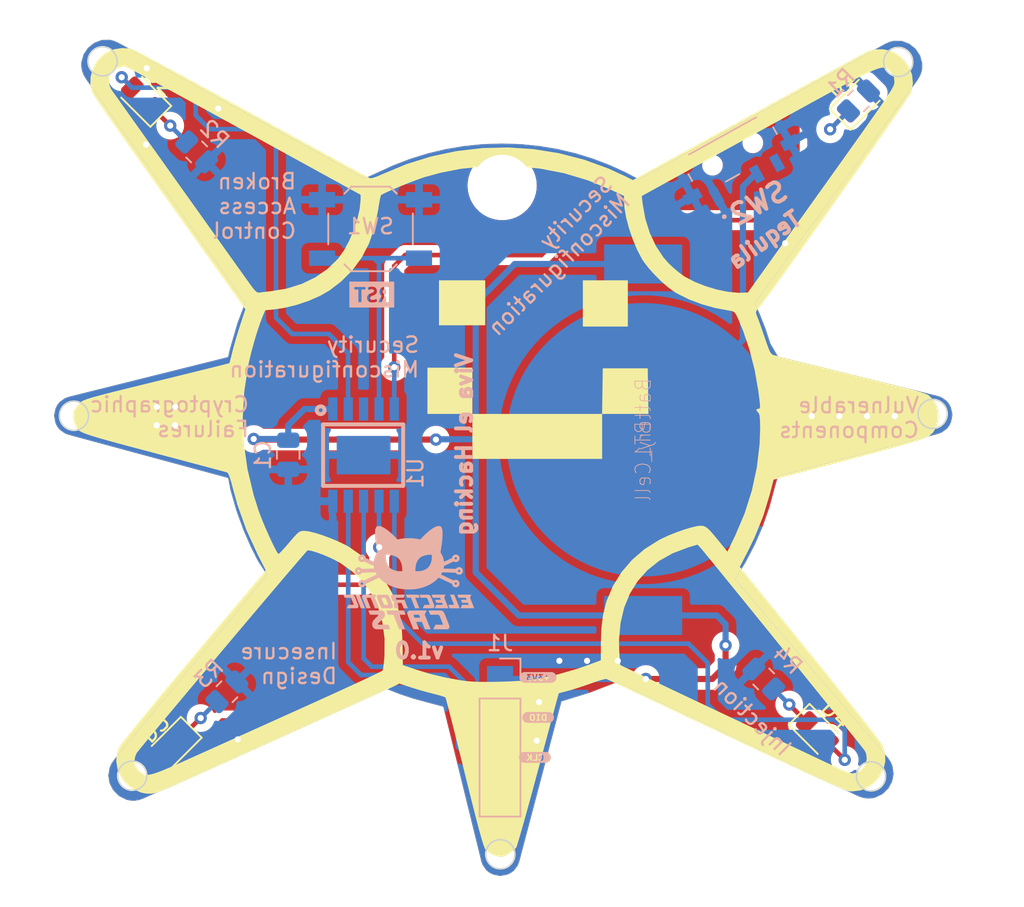
<source format=kicad_pcb>
(kicad_pcb (version 20221018) (generator pcbnew)
  (layers (0 "F.Cu" signal) (31 "B.Cu" signal) (34 "B.Paste" user) (35 "F.Paste" user) (36 "B.SilkS" user "B.Silkscreen") (37 "F.SilkS" user "F.Silkscreen") (38 "B.Mask" user) (39 "F.Mask" user) (44 "Edge.Cuts" user))
  (net 0 "")
  (net 1 "+3.3V")
  (net 2 "Net-(BT1--)")
  (net 3 "GND")
  (net 4 "Net-(D1-K)")
  (net 5 "Net-(D2-K)")
  (net 6 "Net-(D3-K)")
  (net 7 "Net-(D4-K)")
  (net 8 "/NRST")
  (net 10 "/PF0")
  (net 11 "/PA5")
  (net 12 "/PA1")
  (net 13 "/PA6")
  (net 14 "/PA7")
  (net 15 "/SWDIO")
  (net 16 "/SWCLK")
  (footprint "LED_SMD:LED_0805_2012Metric" (layer "F.Cu") (at 203.86 94.23 -135)
    (fp_text reference "D3" (at 0.028284 1.598061 45) (layer "F.SilkS"))
    (fp_text value "Red")
    (pad "1" smd roundrect (at -0.9375 0 225) (size 0.975 1.4) (layers "F.Cu" "F.Paste" "F.Mask") (net 6 "Net-(D3-K)"))
    (pad "2" smd roundrect (at 0.9375 0 225) (size 0.975 1.4) (layers "F.Cu" "F.Paste" "F.Mask") (net 14 "/PA7"))
  )
  (footprint "LED_SMD:LED_0805_2012Metric" (layer "F.Cu") (at 245.77 93.39 -45)
    (fp_text reference "D4" (at 0 -1.65 135) (layer "F.SilkS"))
    (fp_text value "Yellow")
    (pad "1" smd roundrect (at -0.9375 0 315) (size 0.975 1.4) (layers "F.Cu" "F.Paste" "F.Mask") (net 7 "Net-(D4-K)"))
    (pad "2" smd roundrect (at 0.9375 0 315) (size 0.975 1.4) (layers "F.Cu" "F.Paste" "F.Mask") (net 13 "/PA6"))
  )
  (footprint "LED_SMD:LED_0805_2012Metric" (layer "F.Cu") (at 248.44 52.31 45)
    (fp_text reference "D1" (at 0 -1.65 45) (layer "F.SilkS"))
    (fp_text value "Blue")
    (pad "1" smd roundrect (at -0.9375 0 45) (size 0.975 1.4) (layers "F.Cu" "F.Paste" "F.Mask") (net 4 "Net-(D1-K)"))
    (pad "2" smd roundrect (at 0.9375 0 45) (size 0.975 1.4) (layers "F.Cu" "F.Paste" "F.Mask") (net 12 "/PA1"))
  )
  (footprint "LED_SMD:LED_0805_2012Metric" (layer "F.Cu") (at 201.877197 52.117197 135)
    (fp_text reference "D2" (at -0.067604 1.619275 135) (layer "F.SilkS"))
    (fp_text value "Green")
    (pad "1" smd roundrect (at -0.9375 0 135) (size 0.975 1.4) (layers "F.Cu" "F.Paste" "F.Mask") (net 5 "Net-(D2-K)"))
    (pad "2" smd roundrect (at 0.9375 0 135) (size 0.975 1.4) (layers "F.Cu" "F.Paste" "F.Mask") (net 10 "/PF0"))
  )
  (footprint "LOGO" (layer "F.Cu") (at 225.171 77.089)
    (fp_text reference "G***" hide)
    (fp_text value "LOGO" hide)
  )
  (footprint "" (layer "F.Cu") (at 225.27 62.81)
    (fp_text reference "" (at -0.02 -0.52) (layer "F.SilkS") (effects (font (size 1.27 1.27))))
    (fp_text value "" (at -0.02 -0.52) (layer "F.SilkS") (effects (font (size 1.27 1.27))))
    (pad "" np_thru_hole circle (at 0 -5) (size 4 4) (drill 4) (layers "F&B.Cu" "*.Mask"))
  )
  (footprint "Button_Switch_SMD:SW_SPST_TL3342" (layer "B.Cu") (at 216.71 60.63 180)
    (fp_text reference "SW1" (at 0.01 0.17) (layer "B.SilkS") (effects (justify mirror)))
    (fp_text value "SW_RST")
    (pad "1" smd rect (at -3.15 1.9 180) (size 1.7 1) (layers "B.Cu" "B.Paste" "B.Mask") (net 3 "GND"))
    (pad "1" smd rect (at 3.15 1.9 180) (size 1.7 1) (layers "B.Cu" "B.Paste" "B.Mask") (net 3 "GND"))
    (pad "2" smd rect (at -3.15 -1.9 180) (size 1.7 1) (layers "B.Cu" "B.Paste" "B.Mask") (net 8 "/NRST"))
    (pad "2" smd rect (at 3.15 -1.9 180) (size 1.7 1) (layers "B.Cu" "B.Paste" "B.Mask") (net 8 "/NRST"))
  )
  (footprint "Resistor_SMD:R_0805_2012Metric" (layer "B.Cu") (at 205.4 55.62 135)
    (fp_text reference "R2" (at 0 1.65 -225) (layer "B.SilkS") (effects (justify mirror)))
    (fp_text value "330R")
    (pad "1" smd roundrect (at -0.9125 0 135) (size 1.025 1.4) (layers "B.Cu" "B.Paste" "B.Mask") (roundrect_rratio 0.243902439) (net 3 "GND"))
    (pad "2" smd roundrect (at 0.9125 0 135) (size 1.025 1.4) (layers "B.Cu" "B.Paste" "B.Mask") (roundrect_rratio 0.243902439) (net 5 "Net-(D2-K)"))
  )
  (footprint "Footprints:PY32F002AA15M" (layer "B.Cu") (at 216.257998 75.339873 -90)
    (fp_text reference "U1" (at 1.170127 -3.372002 90) (layer "B.SilkS") (effects (justify mirror)))
    (fp_text value "PY32F002AA15M6TU")
    (pad "1" smd rect (at -2.999867 1.999996 270) (size 1.499997 0.599999) (layers "B.Cu" "B.Paste" "B.Mask") (net 1 "+3.3V"))
    (pad "2" smd rect (at -2.999867 0.999998 270) (size 1.499997 0.599999) (layers "B.Cu" "B.Paste" "B.Mask") (net 10 "/PF0"))
    (pad "3" smd rect (at -2.999867 0 270) (size 1.499997 0.599999) (layers "B.Cu" "B.Paste" "B.Mask") (net 11 "/PA5"))
    (pad "4" smd rect (at -2.999867 -0.999998 270) (size 1.499997 0.599999) (layers "B.Cu" "B.Paste" "B.Mask") (net 8 "/NRST"))
    (pad "5" smd rect (at -2.999867 -1.999996 270) (size 1.499997 0.599999) (layers "B.Cu" "B.Paste" "B.Mask") (net 12 "/PA1"))
    (pad "6" smd rect (at 3.000121 -1.999996 270) (size 1.499997 0.599999) (layers "B.Cu" "B.Paste" "B.Mask") (net 13 "/PA6"))
    (pad "7" smd rect (at 3.000121 -0.999998 270) (size 1.499997 0.599999) (layers "B.Cu" "B.Paste" "B.Mask") (net 14 "/PA7"))
    (pad "8" smd rect (at 3.000121 0 270) (size 1.499997 0.599999) (layers "B.Cu" "B.Paste" "B.Mask") (net 15 "/SWDIO"))
    (pad "9" smd rect (at 3.000121 0.999998 270) (size 1.499997 0.599999) (layers "B.Cu" "B.Paste" "B.Mask") (net 16 "/SWCLK"))
    (pad "10" smd rect (at 0.000127 0 270) (size 2.499995 3.499993) (layers "B.Cu" "B.Paste" "B.Mask") (net 3 "GND"))
    (pad "10" smd rect (at 3.000121 1.999996 270) (size 1.499997 0.599999) (layers "B.Cu" "B.Paste" "B.Mask") (net 3 "GND"))
  )
  (footprint "Aesthetics:electronic_cats_logo_8x6" (layer "B.Cu") (at 219.202 83.312 180)
    (fp_text reference "G***" hide)
    (fp_text value "LOGO" hide)
  )
  (footprint "Footprints:PinHeader_1x04_P2.54mm_Vertical" (layer "B.Cu") (at 225.13 89.9 180)
    (fp_text reference "J1" (at 0 2.33) (layer "B.SilkS") (effects (justify mirror)))
    (fp_text value "SWD")
    (pad "1" smd rect (at 0 0 180) (size 1.7 1.7) (layers "B.Cu" "B.Paste" "B.Mask") (net 1 "+3.3V"))
    (pad "2" smd oval (at 0 -2.54 180) (size 1.7 1.7) (layers "B.Cu" "B.Paste" "B.Mask") (net 15 "/SWDIO"))
    (pad "3" smd oval (at 0 -5.08 180) (size 1.7 1.7) (layers "B.Cu" "B.Paste" "B.Mask") (net 16 "/SWCLK"))
    (pad "4" smd oval (at 0 -7.62 180) (size 1.7 1.7) (layers "B.Cu" "B.Paste" "B.Mask") (net 3 "GND"))
  )
  (footprint "Resistor_SMD:R_0805_2012Metric" (layer "B.Cu") (at 248.44 52.3 -135)
    (fp_text reference "R1" (at 0 1.65 45) (layer "B.SilkS") (effects (justify mirror)))
    (fp_text value "330R")
    (pad "1" smd roundrect (at -0.9125 0 225) (size 1.025 1.4) (layers "B.Cu" "B.Paste" "B.Mask") (roundrect_rratio 0.243902439) (net 3 "GND"))
    (pad "2" smd roundrect (at 0.9125 0 225) (size 1.025 1.4) (layers "B.Cu" "B.Paste" "B.Mask") (roundrect_rratio 0.243902439) (net 4 "Net-(D1-K)"))
  )
  (footprint "kibuzzard-65BC4D87" (layer "B.Cu") (at 227.4 95 180)
    (fp_text reference "kibuzzard-65BC4D87" hide)
    (fp_text value "G***" hide)
  )
  (footprint "Resistor_SMD:R_0805_2012Metric" (layer "B.Cu") (at 207.37 90.73 -135)
    (fp_text reference "R3" (at 0 1.65 45) (layer "B.SilkS") (effects (justify mirror)))
    (fp_text value "330R")
    (pad "1" smd roundrect (at -0.9125 0 225) (size 1.025 1.4) (layers "B.Cu" "B.Paste" "B.Mask") (roundrect_rratio 0.243902439) (net 3 "GND"))
    (pad "2" smd roundrect (at 0.9125 0 225) (size 1.025 1.4) (layers "B.Cu" "B.Paste" "B.Mask") (roundrect_rratio 0.243902439) (net 6 "Net-(D3-K)"))
  )
  (footprint "kibuzzard-65BC4E20" (layer "B.Cu") (at 227.6 89.8 180)
    (fp_text reference "kibuzzard-65BC4E20" hide)
    (fp_text value "G***" hide)
  )
  (footprint "Batteries:BAT-HLD-001" (layer "B.Cu") (at 234.44 74.34 -90)
    (fp_text reference "BT1" (at 0 0 90) (layer "B.SilkS") (effects (font (size 1 0.9) (thickness 0.05)) (justify mirror)))
    (fp_text value "Battery_Cell" (at 0 0 90) (layer "B.SilkS") (effects (font (size 1 0.9) (thickness 0.05)) (justify mirror)))
    (pad "1" smd circle (at 0 0 270) (size 17.78 17.78) (layers "B.Cu" "B.Paste" "B.Mask") (net 2 "Net-(BT1--)"))
    (pad "2" smd rect (at -11.43 0 270) (size 2.54 5.08) (layers "B.Cu" "B.Paste" "B.Mask") (net 1 "+3.3V"))
    (pad "2" smd rect (at 11.43 0 270) (size 2.54 5.08) (layers "B.Cu" "B.Paste" "B.Mask") (net 1 "+3.3V"))
  )
  (footprint "Capacitor_SMD:C_0805_2012Metric" (layer "B.Cu") (at 211.355996 75.32 -90)
    (fp_text reference "C1" (at 0.02 1.645996 90) (layer "B.SilkS") (effects (justify mirror)))
    (fp_text value "0.1uF")
    (pad "1" smd roundrect (at -0.95 0 270) (size 1 1.45) (layers "B.Cu" "B.Paste" "B.Mask") (net 1 "+3.3V"))
    (pad "2" smd roundrect (at 0.95 0 270) (size 1 1.45) (layers "B.Cu" "B.Paste" "B.Mask") (net 3 "GND"))
  )
  (footprint "Resistor_SMD:R_0805_2012Metric" (layer "B.Cu") (at 242.28 89.9 -45)
    (fp_text reference "R4" (at 0.216375 -1.989798 135) (layer "B.SilkS") (effects (justify mirror)))
    (fp_text value "330R")
    (pad "1" smd roundrect (at -0.9125 0 315) (size 1.025 1.4) (layers "B.Cu" "B.Paste" "B.Mask") (roundrect_rratio 0.243902439) (net 3 "GND"))
    (pad "2" smd roundrect (at 0.9125 0 315) (size 1.025 1.4) (layers "B.Cu" "B.Paste" "B.Mask") (roundrect_rratio 0.243902439) (net 7 "Net-(D4-K)"))
  )
  (footprint "Footprints:MSK12C02" (layer "B.Cu") (at 240.26 55.76 29)
    (fp_text reference "SW2" (at -0.049993 3.596721 29) (layer "B.SilkS") (effects (font (size 1.27 1.27) (thickness 0.254)) (justify mirror)))
    (fp_text value "On" hide)
    (pad "" np_thru_hole circle (at -1.5 0 29) (size 0.85 0.85) (drill 0.85) (layers "*.Cu" "*.Mask"))
    (pad "" np_thru_hole circle (at 1.5 0 29) (size 0.85 0.85) (drill 0.85) (layers "*.Cu" "*.Mask"))
    (pad "1" smd rect (at -2.25 1.9 29) (size 0.6 1.1) (layers "B.Cu" "B.Paste" "B.Mask") (net 3 "GND"))
    (pad "2" smd rect (at 0.75 1.9 29) (size 0.6 1.1) (layers "B.Cu" "B.Paste" "B.Mask") (net 2 "Net-(BT1--)"))
    (pad "3" smd rect (at 2.25 1.9 29) (size 0.6 1.1) (layers "B.Cu" "B.Paste" "B.Mask"))
    (pad "4" smd rect (at -3.625 -1.15 299) (size 0.7 1.15) (layers "B.Cu" "B.Paste" "B.Mask") (net 3 "GND"))
    (pad "4" smd rect (at -3.625 1.15 299) (size 0.7 1.15) (layers "B.Cu" "B.Paste" "B.Mask") (net 3 "GND"))
    (pad "4" smd rect (at 3.625 -1.15 299) (size 0.7 1.15) (layers "B.Cu" "B.Paste" "B.Mask") (net 3 "GND"))
    (pad "4" smd rect (at 3.625 1.15 299) (size 0.7 1.15) (layers "B.Cu" "B.Paste" "B.Mask") (net 3 "GND"))
  )
  (footprint "kibuzzard-65BC4D69" (layer "B.Cu") (at 227.61 92.4 180)
    (fp_text reference "kibuzzard-65BC4D69" hide)
    (fp_text value "G***" hide)
  )
  (footprint "kibuzzard-65BD0189" (layer "B.Cu") (at 216.789 64.897 180)
    (fp_text reference "kibuzzard-65BD0189" hide)
    (fp_text value "G***" hide)
  )
  (gr_line (start 242.016119 66.141424) (end 242.393572 67.097676) (stroke (width 0.02)) (layer "Edge.Cuts"))
  (gr_line (start 200.040686 95.135817) (end 199.863362 95.38753) (stroke (width 0.02)) (layer "Edge.Cuts"))
  (gr_line (start 198.04345 50.619864) (end 198.203558 50.891357) (stroke (width 0.02)) (layer "Edge.Cuts"))
  (gr_line (start 197.073853 74.021448) (end 207.45 76.83) (stroke (width 0.02)) (layer "Edge.Cuts"))
  (gr_line (start 249.263011 97.670238) (end 248.982737 97.672431) (stroke (width 0.02)) (layer "Edge.Cuts"))
  (gr_line (start 243.21 76.71) (end 243.019453 77.392877) (stroke (width 0.02)) (layer "Edge.Cuts"))
  (gr_line (start 198.203558 50.891357) (end 208.251445 64.99126) (stroke (width 0.02)) (layer "Edge.Cuts"))
  (gr_line (start 240.414746 83.429008) (end 250.358717 95.015269) (stroke (width 0.02)) (layer "Edge.Cuts"))
  (gr_line (start 254.204809 73.621397) (end 253.862883 73.869515) (stroke (width 0.02)) (layer "Edge.Cuts"))
  (gr_line (start 250.531671 95.270066) (end 250.649248 95.532827) (stroke (width 0.02)) (layer "Edge.Cuts"))
  (gr_line (start 196.120697 72.765133) (end 196.208499 73.22806) (stroke (width 0.02)) (layer "Edge.Cuts"))
  (gr_line (start 196.208499 73.22806) (end 196.313583 73.461367) (stroke (width 0.02)) (layer "Edge.Cuts"))
  (gr_line (start 221.438287 91.703282) (end 223.907232 101.73981) (stroke (width 0.02)) (layer "Edge.Cuts"))
  (gr_line (start 228.877258 55.431784) (end 230.030673 55.704135) (stroke (width 0.02)) (layer "Edge.Cuts"))
  (gr_line (start 231.02301 90.775268) (end 229.13 91.36) (stroke (width 0.02)) (layer "Edge.Cuts"))
  (gr_line (start 225.594931 102.628782) (end 225.828237 102.523698) (stroke (width 0.02)) (layer "Edge.Cuts"))
  (gr_line (start 199.975162 97.145219) (end 200.3488 97.517273) (stroke (width 0.02)) (layer "Edge.Cuts"))
  (gr_line (start 249.529985 97.619343) (end 249.263011 97.670238) (stroke (width 0.02)) (layer "Edge.Cuts"))
  (gr_line (start 209.98 83.14) (end 209.379533 82.2206) (stroke (width 0.02)) (layer "Edge.Cuts"))
  (gr_line (start 197.097438 71.540361) (end 196.838291 71.631331) (stroke (width 0.02)) (layer "Edge.Cuts"))
  (gr_line (start 224.448694 102.508556) (end 224.675939 102.617722) (stroke (width 0.02)) (layer "Edge.Cuts"))
  (gr_line (start 199.863362 95.38753) (end 199.741242 95.648201) (stroke (width 0.02)) (layer "Edge.Cuts"))
  (gr_line (start 197.897342 49.795905) (end 197.894417 50.067583) (stroke (width 0.02)) (layer "Edge.Cuts"))
  (gr_line (start 201.369963 97.817127) (end 201.660754 97.77105) (stroke (width 0.02)) (layer "Edge.Cuts"))
  (gr_line (start 250.459888 48.458926) (end 250.178769 48.584174) (stroke (width 0.02)) (layer "Edge.Cuts"))
  (gr_line (start 198.0377 49.284259) (end 197.897342 49.795905) (stroke (width 0.02)) (layer "Edge.Cuts"))
  (gr_line (start 220.392272 91.4254) (end 219.497344 91.182178) (stroke (width 0.02)) (layer "Edge.Cuts"))
  (gr_line (start 250.649248 95.532827) (end 250.732313 96.064308) (stroke (width 0.02)) (layer "Edge.Cuts"))
  (gr_line (start 242.234588 79.941816) (end 241.709869 81.15281) (stroke (width 0.02)) (layer "Edge.Cuts"))
  (gr_line (start 248.692942 97.621078) (end 248.397403 97.511338) (stroke (width 0.02)) (layer "Edge.Cuts"))
  (gr_line (start 199.741242 95.648201) (end 199.648853 96.178194) (stroke (width 0.02)) (layer "Edge.Cuts"))
  (gr_line (start 199.648853 96.178194) (end 199.736 96.68935) (stroke (width 0.02)) (layer "Edge.Cuts"))
  (gr_circle (center 225.15 101.3) (end 226.1 101.3) (stroke (width 0.1)) (fill none) (layer "Edge.Cuts"))
  (gr_line (start 208.925234 81.320114) (end 208.453816 80.244803) (stroke (width 0.02)) (layer "Edge.Cuts"))
  (gr_line (start 242.672376 78.687249) (end 242.234588 79.941816) (stroke (width 0.02)) (layer "Edge.Cuts"))
  (gr_line (start 199.216645 48.338801) (end 198.732135 48.523374) (stroke (width 0.02)) (layer "Edge.Cuts"))
  (gr_line (start 201.089676 97.809904) (end 201.369963 97.817127) (stroke (width 0.02)) (layer "Edge.Cuts"))
  (gr_line (start 226.044098 102.362755) (end 226.291888 102.020829) (stroke (width 0.02)) (layer "Edge.Cuts"))
  (gr_line (start 196.328692 72.081823) (end 196.219526 72.309068) (stroke (width 0.02)) (layer "Edge.Cuts"))
  (gr_line (start 224.239222 102.345251) (end 224.448694 102.508556) (stroke (width 0.02)) (layer "Edge.Cuts"))
  (gr_line (start 209.379533 82.2206) (end 208.925234 81.320114) (stroke (width 0.02)) (layer "Edge.Cuts"))
  (gr_line (start 253.605483 73.965618) (end 243.21 76.71) (stroke (width 0.02)) (layer "Edge.Cuts"))
  (gr_line (start 216.332693 57.332936) (end 217.117257 56.979376) (stroke (width 0.02)) (layer "Edge.Cuts"))
  (gr_line (start 196.816452 73.925018) (end 197.073853 74.021448) (stroke (width 0.02)) (layer "Edge.Cuts"))
  (gr_line (start 207.569487 68.404056) (end 208.05442 66.742217) (stroke (width 0.02)) (layer "Edge.Cuts"))
  (gr_line (start 250.739164 48.389609) (end 250.459888 48.458926) (stroke (width 0.02)) (layer "Edge.Cuts"))
  (gr_line (start 201.958354 97.66679) (end 217.740031 90.546522) (stroke (width 0.02)) (layer "Edge.Cuts"))
  (gr_line (start 198.732135 48.523374) (end 198.331087 48.846284) (stroke (width 0.02)) (layer "Edge.Cuts"))
  (gr_line (start 252.552195 50.407503) (end 252.599539 50.131223) (stroke (width 0.02)) (layer "Edge.Cuts"))
  (gr_line (start 243.019453 77.392877) (end 242.672376 78.687249) (stroke (width 0.02)) (layer "Edge.Cuts"))
  (gr_line (start 223.907232 101.73981) (end 223.998201 101.998957) (stroke (width 0.02)) (layer "Edge.Cuts"))
  (gr_line (start 227.694079 55.234028) (end 228.877258 55.431784) (stroke (width 0.02)) (layer "Edge.Cuts"))
  (gr_line (start 241.7 65.45) (end 242.016119 66.141424) (stroke (width 0.02)) (layer "Edge.Cuts"))
  (gr_line (start 254.35064 72.025029) (end 254.459806 72.252274) (stroke (width 0.02)) (layer "Edge.Cuts"))
  (gr_line (start 252.16372 48.909134) (end 252.162836 48.909173) (stroke (width 0.02)) (layer "Edge.Cuts"))
  (gr_line (start 224.002801 55.114276) (end 225.24404 55.072703) (stroke (width 0.02)) (layer "Edge.Cuts"))
  (gr_line (start 218.612629 90.88939) (end 217.740031 90.546522) (stroke (width 0.02)) (layer "Edge.Cuts"))
  (gr_line (start 242.717786 68.079441) (end 243.23 68.96) (stroke (width 0.02)) (layer "Edge.Cuts"))
  (gr_line (start 198.330237 48.845263) (end 198.0377 49.284259) (stroke (width 0.02)) (layer "Edge.Cuts"))
  (gr_line (start 254.471819 73.168955) (end 254.366612 73.403981) (stroke (width 0.02)) (layer "Edge.Cuts"))
  (gr_line (start 200.315154 48.521285) (end 200.033785 48.396037) (stroke (width 0.02)) (layer "Edge.Cuts"))
  (gr_line (start 251.276952 48.40169) (end 250.739164 48.389609) (stroke (width 0.02)) (layer "Edge.Cuts"))
  (gr_line (start 217.117257 56.979376) (end 218.184649 56.489495) (stroke (width 0.02)) (layer "Edge.Cuts"))
  (gr_line (start 200.3488 97.517273) (end 200.823589 97.754265) (stroke (width 0.02)) (layer "Edge.Cuts"))
  (gr_line (start 207.594933 77.606968) (end 207.45 76.83) (stroke (width 0.02)) (layer "Edge.Cuts"))
  (gr_line (start 253.862883 73.869515) (end 253.605483 73.965618) (stroke (width 0.02)) (layer "Edge.Cuts"))
  (gr_line (start 250.178769 48.584174) (end 234.16123 57.395825) (stroke (width 0.02)) (layer "Edge.Cuts"))
  (gr_line (start 230.030673 55.704135) (end 231.152923 56.04848) (stroke (width 0.02)) (layer "Edge.Cuts"))
  (gr_circle (center 197.42 72.78) (end 198.37 72.78) (stroke (width 0.1)) (fill none) (layer "Edge.Cuts"))
  (gr_line (start 252.599539 50.131223) (end 252.596615 49.859449) (stroke (width 0.02)) (layer "Edge.Cuts"))
  (gr_line (start 242.393572 67.097676) (end 242.717786 68.079441) (stroke (width 0.02)) (layer "Edge.Cuts"))
  (gr_circle (center 249.26 96.23) (end 250.21 96.23) (stroke (width 0.1)) (fill none) (layer "Edge.Cuts"))
  (gr_line (start 196.219526 72.309068) (end 196.120697 72.765133) (stroke (width 0.02)) (layer "Edge.Cuts"))
  (gr_circle (center 199.28 49.73) (end 200.23 49.73) (stroke (width 0.1)) (fill none) (layer "Edge.Cuts"))
  (gr_line (start 252.456257 49.347761) (end 252.16372 48.909134) (stroke (width 0.02)) (layer "Edge.Cuts"))
  (gr_line (start 225.24404 55.072703) (end 226.482539 55.113468) (stroke (width 0.02)) (layer "Edge.Cuts"))
  (gr_line (start 208.453816 80.244803) (end 207.999107 79.003982) (stroke (width 0.02)) (layer "Edge.Cuts"))
  (gr_line (start 254.366612 73.403981) (end 254.204809 73.621397) (stroke (width 0.02)) (layer "Edge.Cuts"))
  (gr_line (start 252.596615 49.859449) (end 252.456257 49.347761) (stroke (width 0.02)) (layer "Edge.Cuts"))
  (gr_line (start 250.008923 97.390814) (end 249.529985 97.619343) (stroke (width 0.02)) (layer "Edge.Cuts"))
  (gr_line (start 233.29832 56.942753) (end 234.16123 57.395825) (stroke (width 0.02)) (layer "Edge.Cuts"))
  (gr_line (start 207.999107 79.003982) (end 207.594933 77.606968) (stroke (width 0.02)) (layer "Edge.Cuts"))
  (gr_line (start 248.397403 97.511338) (end 232.745923 90.10974) (stroke (width 0.02)) (layer "Edge.Cuts"))
  (gr_line (start 199.736 96.68935) (end 199.975162 97.145219) (stroke (width 0.02)) (layer "Edge.Cuts"))
  (gr_line (start 248.982737 97.672431) (end 248.692942 97.621078) (stroke (width 0.02)) (layer "Edge.Cuts"))
  (gr_line (start 226.291888 102.020829) (end 226.388318 101.763429) (stroke (width 0.02)) (layer "Edge.Cuts"))
  (gr_line (start 241.7 65.45) (end 252.290399 50.955228) (stroke (width 0.02)) (layer "Edge.Cuts"))
  (gr_line (start 243.23 68.96) (end 253.581894 71.483567) (stroke (width 0.02)) (layer "Edge.Cuts"))
  (gr_line (start 197.941762 50.343754) (end 198.04345 50.619864) (stroke (width 0.02)) (layer "Edge.Cuts"))
  (gr_line (start 223.998201 101.998957) (end 224.239222 102.345251) (stroke (width 0.02)) (layer "Edge.Cuts"))
  (gr_line (start 254.187335 71.815557) (end 254.35064 72.025029) (stroke (width 0.02)) (layer "Edge.Cuts"))
  (gr_line (start 196.838291 71.631331) (end 196.491997 71.872351) (stroke (width 0.02)) (layer "Edge.Cuts"))
  (gr_line (start 196.491997 71.872351) (end 196.328692 72.081823) (stroke (width 0.02)) (layer "Edge.Cuts"))
  (gr_line (start 225.828237 102.523698) (end 226.044098 102.362755) (stroke (width 0.02)) (layer "Edge.Cuts"))
  (gr_line (start 253.581894 71.483567) (end 253.841041 71.574536) (stroke (width 0.02)) (layer "Edge.Cuts"))
  (gr_circle (center 201.21 96.19) (end 202.16 96.19) (stroke (width 0.1)) (fill none) (layer "Edge.Cuts"))
  (gr_line (start 218.184649 56.489495) (end 219.287669 56.067678) (stroke (width 0.02)) (layer "Edge.Cuts"))
  (gr_line (start 207.44 68.96) (end 197.097438 71.540361) (stroke (width 0.02)) (layer "Edge.Cuts"))
  (gr_line (start 221.589948 55.43888) (end 222.783884 55.237223) (stroke (width 0.02)) (layer "Edge.Cuts"))
  (gr_line (start 208.05442 66.742217) (end 208.568511 65.396621) (stroke (width 0.02)) (layer "Edge.Cuts"))
  (gr_line (start 253.841041 71.574536) (end 254.187335 71.815557) (stroke (width 0.02)) (layer "Edge.Cuts"))
  (gr_line (start 232.745923 90.10974) (end 231.02301 90.775268) (stroke (width 0.02)) (layer "Edge.Cuts"))
  (gr_line (start 252.290399 50.955228) (end 252.450507 50.6837) (stroke (width 0.02)) (layer "Edge.Cuts"))
  (gr_line (start 250.732313 96.064308) (end 250.636006 96.573839) (stroke (width 0.02)) (layer "Edge.Cuts"))
  (gr_line (start 219.287669 56.067678) (end 220.423656 55.716585) (stroke (width 0.02)) (layer "Edge.Cuts"))
  (gr_line (start 251.761665 48.586262) (end 251.276952 48.40169) (stroke (width 0.02)) (layer "Edge.Cuts"))
  (gr_circle (center 251.03 49.77) (end 251.98 49.77) (stroke (width 0.1)) (fill none) (layer "Edge.Cuts"))
  (gr_line (start 207.44 68.96) (end 207.569487 68.404056) (stroke (width 0.02)) (layer "Edge.Cuts"))
  (gr_line (start 226.388318 101.763429) (end 229.13 91.36) (stroke (width 0.02)) (layer "Edge.Cuts"))
  (gr_line (start 200.823589 97.754265) (end 201.089676 97.809904) (stroke (width 0.02)) (layer "Edge.Cuts"))
  (gr_line (start 231.152923 56.04848) (end 232.242606 56.46222) (stroke (width 0.02)) (layer "Edge.Cuts"))
  (gr_line (start 254.558638 72.704062) (end 254.471819 73.168955) (stroke (width 0.02)) (layer "Edge.Cuts"))
  (gr_line (start 250.636006 96.573839) (end 250.388421 97.025543) (stroke (width 0.02)) (layer "Edge.Cuts"))
  (gr_line (start 209.98 83.14) (end 200.040686 95.135817) (stroke (width 0.02)) (layer "Edge.Cuts"))
  (gr_line (start 226.482539 55.113468) (end 227.694079 55.234028) (stroke (width 0.02)) (layer "Edge.Cuts"))
  (gr_line (start 250.389331 97.025587) (end 250.008923 97.390814) (stroke (width 0.02)) (layer "Edge.Cuts"))
  (gr_line (start 196.313583 73.461367) (end 196.474526 73.677228) (stroke (width 0.02)) (layer "Edge.Cuts"))
  (gr_line (start 252.162836 48.909173) (end 251.761665 48.586262) (stroke (width 0.02)) (layer "Edge.Cuts"))
  (gr_line (start 199.754391 48.32672) (end 199.216645 48.338801) (stroke (width 0.02)) (layer "Edge.Cuts"))
  (gr_line (start 225.127727 102.716555) (end 225.594931 102.628782) (stroke (width 0.02)) (layer "Edge.Cuts"))
  (gr_line (start 220.423656 55.716585) (end 221.589948 55.43888) (stroke (width 0.02)) (layer "Edge.Cuts"))
  (gr_line (start 241.709869 81.15281) (end 241.101995 82.316463) (stroke (width 0.02)) (layer "Edge.Cuts"))
  (gr_line (start 200.032934 48.395016) (end 199.753541 48.325699) (stroke (width 0.02)) (layer "Edge.Cuts"))
  (gr_line (start 222.783884 55.237223) (end 224.002801 55.114276) (stroke (width 0.02)) (layer "Edge.Cuts"))
  (gr_line (start 208.251445 64.99126) (end 208.568511 65.396621) (stroke (width 0.02)) (layer "Edge.Cuts"))
  (gr_line (start 250.358717 95.015269) (end 250.531671 95.270066) (stroke (width 0.02)) (layer "Edge.Cuts"))
  (gr_line (start 197.894417 50.067583) (end 197.941762 50.343754) (stroke (width 0.02)) (layer "Edge.Cuts"))
  (gr_circle (center 253.27 72.66) (end 254.22 72.66) (stroke (width 0.1)) (fill none) (layer "Edge.Cuts"))
  (gr_line (start 241.101995 82.316463) (end 240.414746 83.429008) (stroke (width 0.02)) (layer "Edge.Cuts"))
  (gr_line (start 201.660754 97.77105) (end 201.958354 97.66679) (stroke (width 0.02)) (layer "Edge.Cuts"))
  (gr_line (start 196.474526 73.677228) (end 196.816452 73.925018) (stroke (width 0.02)) (layer "Edge.Cuts"))
  (gr_line (start 219.497344 91.182178) (end 218.612629 90.88939) (stroke (width 0.02)) (layer "Edge.Cuts"))
  (gr_line (start 254.459806 72.252274) (end 254.558638 72.704062) (stroke (width 0.02)) (layer "Edge.Cuts"))
  (gr_line (start 232.242606 56.46222) (end 233.29832 56.942753) (stroke (width 0.02)) (layer "Edge.Cuts"))
  (gr_line (start 252.450507 50.6837) (end 252.552195 50.407503) (stroke (width 0.02)) (layer "Edge.Cuts"))
  (gr_line (start 221.438287 91.703282) (end 220.392272 91.4254) (stroke (width 0.02)) (layer "Edge.Cuts"))
  (gr_line (start 224.675939 102.617722) (end 225.127727 102.716555) (stroke (width 0.02)) (layer "Edge.Cuts"))
  (gr_line (start 216.332693 57.332936) (end 200.315154 48.521285) (stroke (width 0.02)) (layer "Edge.Cuts"))
  (gr_text "Viva el Hacking" (at 223.393 68.58 90) (layer "B.SilkS") (effects (font (size 1 1) (thickness 0.25) bold) (justify left bottom mirror)))
  (gr_text "Cryptographic \nFailures" (at 208.89 74.24) (layer "B.SilkS") (effects (font (size 1 1)) (justify left bottom mirror)))
  (gr_text "Broken \nAccess \nControl" (at 211.963 61.341) (layer "B.SilkS") (effects (font (size 1 1)) (justify left bottom mirror)))
  (gr_text "Insecure\nDesign" (at 214.63 90.297) (layer "B.SilkS") (effects (font (size 1 1)) (justify left bottom mirror)))
  (gr_text "v1.0" (at 221.615 88.646) (layer "B.SilkS") (effects (font (size 1 1) (thickness 0.25) bold) (justify left bottom mirror)))
  (gr_text "Injection" (at 243.459 95.123 315) (layer "B.SilkS") (effects (font (size 1 1)) (justify left bottom mirror)))
  (gr_text "Tequila" (at 244.983 60.198 35) (layer "B.SilkS") (effects (font (size 1 1) (thickness 0.25) bold) (justify left bottom mirror)))
  (gr_text "Vulnerable\nComponents" (at 252.476 74.295) (layer "B.SilkS") (effects (font (size 1 1)) (justify left bottom mirror)))
  (gr_text "Security \nMisconfiguration " (at 219.964 70.358) (layer "B.SilkS") (effects (font (size 1 1)) (justify left bottom mirror)))
  (gr_text "Security\nMisconfiguration " (at 233.807 58.928 45) (layer "B.SilkS") (effects (font (size 1 1)) (justify left bottom mirror)))
  (segment (start 209.15 74.33) (end 209.11 74.29) (width 0.4) (layer "F.Cu") (net 1))
  (segment (start 220.96 74.33) (end 209.15 74.33) (width 0.4) (layer "F.Cu") (net 1))
  (segment (start 239.8 89.03) (end 238.93 89.9) (width 0.4) (layer "F.Cu") (net 1))
  (segment (start 239.8 87.71) (end 239.8 89.03) (width 0.4) (layer "F.Cu") (net 1))
  (segment (start 238.93 89.9) (end 234.61 89.9) (width 0.4) (layer "F.Cu") (net 1))
  (via (at 220.96 74.33) (size 0.8) (drill 0.4) (layers "F.Cu" "B.Cu") (net 1))
  (via (at 239.8 87.71) (size 0.8) (drill 0.4) (layers "F.Cu" "B.Cu") (net 1))
  (via (at 234.61 89.9) (size 0.8) (drill 0.4) (layers "F.Cu" "B.Cu") (net 1))
  (via (at 209.11 74.29) (size 0.8) (drill 0.4) (layers "F.Cu" "B.Cu") (net 1))
  (segment (start 211.355996 73.404004) (end 212.419994 72.340006) (width 0.4) (layer "B.Cu") (net 1))
  (segment (start 223.55 82.96) (end 226.36 85.77) (width 0.4) (layer "B.Cu") (net 1))
  (segment (start 239.23 85.77) (end 234.44 85.77) (width 0.4) (layer "B.Cu") (net 1))
  (segment (start 223.55 65.45) (end 223.55 74.31) (width 0.4) (layer "B.Cu") (net 1))
  (segment (start 220.98 74.31) (end 220.96 74.33) (width 0.4) (layer "B.Cu") (net 1))
  (segment (start 239.8 87.71) (end 239.8 86.34) (width 0.4) (layer "B.Cu") (net 1))
  (segment (start 226.36 85.77) (end 234.44 85.77) (width 0.4) (layer "B.Cu") (net 1))
  (segment (start 212.419994 72.340006) (end 214.258002 72.340006) (width 0.4) (layer "B.Cu") (net 1))
  (segment (start 226.09 62.91) (end 223.55 65.45) (width 0.4) (layer "B.Cu") (net 1))
  (segment (start 234.44 62.91) (end 226.09 62.91) (width 0.4) (layer "B.Cu") (net 1))
  (segment (start 223.55 74.31) (end 220.98 74.31) (width 0.4) (layer "B.Cu") (net 1))
  (segment (start 209.11 74.29) (end 211.275996 74.29) (width 0.4) (layer "B.Cu") (net 1))
  (segment (start 223.55 74.31) (end 223.55 82.96) (width 0.4) (layer "B.Cu") (net 1))
  (segment (start 239.8 86.34) (end 239.23 85.77) (width 0.4) (layer "B.Cu") (net 1))
  (segment (start 211.275996 74.29) (end 211.355996 74.37) (width 0.4) (layer "B.Cu") (net 1))
  (segment (start 234.61 89.9) (end 225.13 89.9) (width 0.4) (layer "B.Cu") (net 1))
  (segment (start 211.355996 74.37) (end 211.355996 73.404004) (width 0.4) (layer "B.Cu") (net 1))
  (segment (start 240.93 57.87) (end 240.93 67.85) (width 0.4) (layer "B.Cu") (net 2))
  (segment (start 241.785561 57.014439) (end 241.812863 57.014439) (width 0.4) (layer "B.Cu") (net 2))
  (segment (start 240.93 57.87) (end 241.785561 57.014439) (width 0.4) (layer "B.Cu") (net 2))
  (segment (start 240.93 67.85) (end 234.44 74.34) (width 0.4) (layer "B.Cu") (net 2))
  (via (at 230.79 88.72) (size 0.8) (drill 0.4) (layers "F.Cu" "B.Cu") (net 3))
  (via (at 204 72.2) (size 0.8) (drill 0.4) (layers "F.Cu" "B.Cu") (net 3))
  (via (at 227.52 93.91) (size 0.8) (drill 0.4) (layers "F.Cu" "B.Cu") (net 3))
  (via (at 227.67 91.4) (size 0.8) (drill 0.4) (layers "F.Cu" "B.Cu") (net 3))
  (via (at 243.68 61.56) (size 0.8) (drill 0.4) (layers "F.Cu" "B.Cu") (net 3))
  (via (at 245.4 72.8) (size 0.8) (drill 0.4) (layers "F.Cu" "B.Cu") (net 3))
  (via (at 249 72.8) (size 0.8) (drill 0.4) (layers "F.Cu" "B.Cu") (net 3))
  (via (at 202.11 55.14) (size 0.8) (drill 0.4) (layers "F.Cu" "B.Cu") (net 3))
  (via (at 202.8 72.2) (size 0.8) (drill 0.4) (layers "F.Cu" "B.Cu") (net 3))
  (via (at 202.15 50.18) (size 0.8) (drill 0.4) (layers "F.Cu" "B.Cu") (net 3))
  (via (at 208.07 93.83) (size 0.8) (drill 0.4) (layers "F.Cu" "B.Cu") (net 3))
  (via (at 228.99 88.72) (size 0.8) (drill 0.4) (layers "F.Cu" "B.Cu") (net 3))
  (via (at 202.8 73.4) (size 0.8) (drill 0.4) (layers "F.Cu" "B.Cu") (net 3))
  (via (at 206.8 52.8) (size 0.8) (drill 0.4) (layers "F.Cu" "B.Cu") (net 3))
  (via (at 232.79 88.72) (size 0.8) (drill 0.4) (layers "F.Cu" "B.Cu") (net 3))
  (via (at 204 73.4) (size 0.8) (drill 0.4) (layers "F.Cu" "B.Cu") (net 3))
  (via (at 250.8 72.8) (size 0.8) (drill 0.4) (layers "F.Cu" "B.Cu") (net 3))
  (via (at 247.2 72.8) (size 0.8) (drill 0.4) (layers "F.Cu" "B.Cu") (net 3))
  (segment (start 246.6 54.15) (end 247.777087 52.972913) (width 0.3) (layer "F.Cu") (net 4))
  (via (at 246.6 54.15) (size 0.8) (drill 0.4) (layers "F.Cu" "B.Cu") (net 4))
  (segment (start 247.794765 52.945235) (end 247.794765 52.955235) (width 0.3) (layer "B.Cu") (net 4))
  (segment (start 247.794765 52.955235) (end 246.6 54.15) (width 0.3) (layer "B.Cu") (net 4))
  (segment (start 203.68 53.91) (end 203.67 53.91) (width 0.3) (layer "F.Cu") (net 5))
  (segment (start 203.67 53.91) (end 202.54011 52.78011) (width 0.3) (layer "F.Cu") (net 5))
  (via (at 203.68 53.91) (size 0.8) (drill 0.4) (layers "F.Cu" "B.Cu") (net 5))
  (segment (start 204.744765 54.974765) (end 203.68 53.91) (width 0.3) (layer "B.Cu") (net 5))
  (segment (start 204.754765 54.974765) (end 204.744765 54.974765) (width 0.3) (layer "B.Cu") (net 5))
  (segment (start 205.66 92.44) (end 205.65 92.44) (width 0.3) (layer "F.Cu") (net 6))
  (segment (start 205.65 92.44) (end 204.522913 93.567087) (width 0.3) (layer "F.Cu") (net 6))
  (via (at 205.66 92.44) (size 0.8) (drill 0.4) (layers "F.Cu" "B.Cu") (net 6))
  (segment (start 206.724765 91.375235) (end 205.66 92.44) (width 0.3) (layer "B.Cu") (net 6))
  (segment (start 243.94 91.56) (end 245.107087 92.727087) (width 0.3) (layer "F.Cu") (net 7))
  (via (at 243.94 91.56) (size 0.8) (drill 0.4) (layers "F.Cu" "B.Cu") (net 7))
  (segment (start 242.925235 90.545235) (end 243.94 91.56) (width 0.3) (layer "B.Cu") (net 7))
  (segment (start 217.257996 62.86) (end 217.257996 62.537996) (width 0.3) (layer "B.Cu") (net 8))
  (segment (start 217.6 62.53) (end 219.86 62.53) (width 0.3) (layer "B.Cu") (net 8))
  (segment (start 216.927996 62.53) (end 217.257996 62.86) (width 0.3) (layer "B.Cu") (net 8))
  (segment (start 213.56 62.53) (end 216.92 62.53) (width 0.3) (layer "B.Cu") (net 8))
  (segment (start 217.25 62.53) (end 217.6 62.53) (width 0.3) (layer "B.Cu") (net 8))
  (segment (start 216.92 62.53) (end 217.25 62.53) (width 0.3) (layer "B.Cu") (net 8))
  (segment (start 217.27 62.86) (end 217.6 62.53) (width 0.3) (layer "B.Cu") (net 8))
  (segment (start 217.257996 62.86) (end 217.27 62.86) (width 0.3) (layer "B.Cu") (net 8))
  (segment (start 216.92 62.53) (end 216.927996 62.53) (width 0.3) (layer "B.Cu") (net 8))
  (segment (start 217.257996 62.537996) (end 217.25 62.53) (width 0.3) (layer "B.Cu") (net 8))
  (segment (start 217.257996 72.340006) (end 217.257996 62.86) (width 0.3) (layer "B.Cu") (net 8))
  (segment (start 201.214284 51.454284) (end 200.525 50.765) (width 0.3) (layer "F.Cu") (net 10))
  (via (at 200.525 50.765) (size 0.8) (drill 0.4) (layers "F.Cu" "B.Cu") (net 10))
  (segment (start 215.25 71.36) (end 215.25 68.71) (width 0.3) (layer "B.Cu") (net 10))
  (segment (start 206.24 54.14) (end 205.34 53.24) (width 0.3) (layer "B.Cu") (net 10))
  (segment (start 210.56 55.24) (end 209.46 54.14) (width 0.3) (layer "B.Cu") (net 10))
  (segment (start 214 67.46) (end 211.62 67.46) (width 0.3) (layer "B.Cu") (net 10))
  (segment (start 201.19 51.44) (end 201.19 51.43) (width 0.3) (layer "B.Cu") (net 10))
  (segment (start 204.63 51.44) (end 201.19 51.44) (width 0.3) (layer "B.Cu") (net 10))
  (segment (start 215.25 68.71) (end 214 67.46) (width 0.3) (layer "B.Cu") (net 10))
  (segment (start 201.19 51.43) (end 200.525 50.765) (width 0.3) (layer "B.Cu") (net 10))
  (segment (start 211.62 67.46) (end 210.56 66.4) (width 0.3) (layer "B.Cu") (net 10))
  (segment (start 205.34 52.15) (end 204.63 51.44) (width 0.3) (layer "B.Cu") (net 10))
  (segment (start 215.258 71.368) (end 215.25 71.36) (width 0.3) (layer "B.Cu") (net 10))
  (segment (start 210.56 66.4) (end 210.56 55.24) (width 0.3) (layer "B.Cu") (net 10))
  (segment (start 209.46 54.14) (end 206.24 54.14) (width 0.3) (layer "B.Cu") (net 10))
  (segment (start 205.34 53.24) (end 205.34 52.15) (width 0.3) (layer "B.Cu") (net 10))
  (segment (start 215.258 72.340006) (end 215.258 71.368) (width 0.3) (layer "B.Cu") (net 10))
  (segment (start 245.27 51.99) (end 245.27 59.39) (width 0.3) (layer "F.Cu") (net 12))
  (segment (start 227.82 62.33) (end 218.96 62.33) (width 0.3) (layer "F.Cu") (net 12))
  (segment (start 245.27 59.39) (end 244.6 60.06) (width 0.3) (layer "F.Cu") (net 12))
  (segment (start 228.33 60.48) (end 228.33 61.82) (width 0.3) (layer "F.Cu") (net 12))
  (segment (start 248.445826 50.99) (end 246.27 50.99) (width 0.3) (layer "F.Cu") (net 12))
  (segment (start 228.33 61.82) (end 227.82 62.33) (width 0.3) (layer "F.Cu") (net 12))
  (segment (start 218.96 62.33) (end 218.25 63.04) (width 0.3) (layer "F.Cu") (net 12))
  (segment (start 218.25 63.04) (end 218.25 69.62) (width 0.3) (layer "F.Cu") (net 12))
  (segment (start 244.6 60.06) (end 228.75 60.06) (width 0.3) (layer "F.Cu") (net 12))
  (segment (start 228.75 60.06) (end 228.33 60.48) (width 0.3) (layer "F.Cu") (net 12))
  (segment (start 249.102913 51.647087) (end 248.445826 50.99) (width 0.3) (layer "F.Cu") (net 12))
  (segment (start 246.27 50.99) (end 245.27 51.99) (width 0.3) (layer "F.Cu") (net 12))
  (via (at 218.25 69.62) (size 0.8) (drill 0.4) (layers "F.Cu" "B.Cu") (net 12))
  (segment (start 218.25 72.332012) (end 218.257994 72.340006) (width 0.3) (layer "B.Cu") (net 12))
  (segment (start 218.25 69.62) (end 218.25 72.332012) (width 0.3) (layer "B.Cu") (net 12))
  (segment (start 246.442913 94.052913) (end 247.55 95.16) (width 0.3) (layer "F.Cu") (net 13))
  (segment (start 246.432913 94.052913) (end 246.442913 94.052913) (width 0.3) (layer "F.Cu") (net 13))
  (via (at 247.55 95.16) (size 0.8) (drill 0.4) (layers "F.Cu" "B.Cu") (net 13))
  (segment (start 237.39 87.6) (end 220.1 87.6) (width 0.3) (layer "B.Cu") (net 13))
  (segment (start 246.89 92.55) (end 239.64 92.55) (width 0.3) (layer "B.Cu") (net 13))
  (segment (start 239.64 92.55) (end 238.64 91.55) (width 0.3) (layer "B.Cu") (net 13))
  (segment (start 238.64 88.85) (end 237.39 87.6) (width 0.3) (layer "B.Cu") (net 13))
  (segment (start 247.55 93.21) (end 246.89 92.55) (width 0.3) (layer "B.Cu") (net 13))
  (segment (start 220.1 87.6) (end 218.257994 85.757994) (width 0.3) (layer "B.Cu") (net 13))
  (segment (start 218.257994 85.757994) (end 218.257994 78.339994) (width 0.3) (layer "B.Cu") (net 13))
  (segment (start 238.64 91.55) (end 238.64 88.85) (width 0.3) (layer "B.Cu") (net 13))
  (segment (start 247.55 95.16) (end 247.55 93.21) (width 0.3) (layer "B.Cu") (net 13))
  (segment (start 204.064174 95.76) (end 205.55 95.76) (width 0.3) (layer "F.Cu") (net 14))
  (segment (start 205.55 95.76) (end 206.42 94.89) (width 0.3) (layer "F.Cu") (net 14))
  (segment (start 203.197087 94.892913) (end 204.064174 95.76) (width 0.3) (layer "F.Cu") (net 14))
  (segment (start 212.343078 84.686922) (end 213.26 83.77) (width 0.3) (layer "F.Cu") (net 14))
  (segment (start 207.07 92.6) (end 211.47 92.6) (width 0.3) (layer "F.Cu") (net 14))
  (segment (start 211.47 92.6) (end 212.343078 91.726922) (width 0.3) (layer "F.Cu") (net 14))
  (segment (start 212.343078 91.726922) (end 212.343078 84.686922) (width 0.3) (layer "F.Cu") (net 14))
  (segment (start 216.38 83.77) (end 217.27 82.88) (width 0.3) (layer "F.Cu") (net 14))
  (segment (start 217.27 82.88) (end 217.27 81.33) (width 0.3) (layer "F.Cu") (net 14))
  (segment (start 206.42 93.25) (end 207.07 92.6) (width 0.3) (layer "F.Cu") (net 14))
  (segment (start 213.26 83.77) (end 216.38 83.77) (width 0.3) (layer "F.Cu") (net 14))
  (segment (start 206.42 94.89) (end 206.42 93.25) (width 0.3) (layer "F.Cu") (net 14))
  (via (at 217.27 81.33) (size 0.8) (drill 0.4) (layers "F.Cu" "B.Cu") (net 14))
  (segment (start 217.257996 78.339994) (end 217.257996 81.317996) (width 0.3) (layer "B.Cu") (net 14))
  (segment (start 217.257996 81.317996) (end 217.27 81.33) (width 0.3) (layer "B.Cu") (net 14))
  (segment (start 221.82 89.1) (end 216.797998 89.1) (width 0.3) (layer "B.Cu") (net 15))
  (segment (start 216.797998 89.1) (end 216.257998 88.56) (width 0.3) (layer "B.Cu") (net 15))
  (segment (start 225.13 92.44) (end 223.49 92.44) (width 0.3) (layer "B.Cu") (net 15))
  (segment (start 223.49 92.44) (end 222.91 91.86) (width 0.3) (layer "B.Cu") (net 15))
  (segment (start 222.91 90.19) (end 221.82 89.1) (width 0.3) (layer "B.Cu") (net 15))
  (segment (start 216.257998 78.339994) (end 216.257998 88.56) (width 0.3) (layer "B.Cu") (net 15))
  (segment (start 222.91 91.86) (end 222.91 90.19) (width 0.3) (layer "B.Cu") (net 15))
  (segment (start 215.26 85.06) (end 215.26 86.49) (width 0.3) (layer "B.Cu") (net 16))
  (segment (start 223.07 94.98) (end 222.39 94.3) (width 0.3) (layer "B.Cu") (net 16))
  (segment (start 215.258 78.339994) (end 215.258 85.058) (width 0.3) (layer "B.Cu") (net 16))
  (segment (start 216.09 89.64) (end 215.26 88.81) (width 0.3) (layer "B.Cu") (net 16))
  (segment (start 215.26 88.81) (end 215.26 86.49) (width 0.3) (layer "B.Cu") (net 16))
  (segment (start 222.39 90.53) (end 221.5 89.64) (width 0.3) (layer "B.Cu") (net 16))
  (segment (start 215.258 85.058) (end 215.26 85.06) (width 0.3) (layer "B.Cu") (net 16))
  (segment (start 215.26 86.49) (end 215.26 86.53) (width 0.3) (layer "B.Cu") (net 16))
  (segment (start 221.5 89.64) (end 216.09 89.64) (width 0.3) (layer "B.Cu") (net 16))
  (segment (start 225.13 94.98) (end 223.07 94.98) (width 0.3) (layer "B.Cu") (net 16))
  (segment (start 222.39 94.3) (end 222.39 90.53) (width 0.3) (layer "B.Cu") (net 16))
  (zone (net 3) (net_name "GND") (layers "F&B.Cu") (connect_pads (clearance 0.5)) (min_thickness 0.25) (fill yes (thermal_gap 0.5) (thermal_bridge_width 0.5))
    (polygon (pts (xy 192.61 45.74) (xy 259.23 45.84) (xy 259.23 104.75) (xy 192.61 104.65)))
  )
)
</source>
